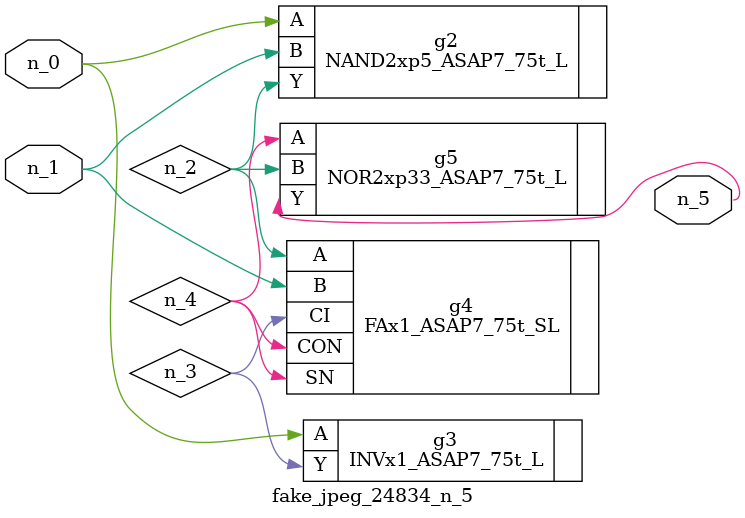
<source format=v>
module fake_jpeg_24834_n_5 (n_0, n_1, n_5);

input n_0;
input n_1;

output n_5;

wire n_3;
wire n_2;
wire n_4;

NAND2xp5_ASAP7_75t_L g2 ( 
.A(n_0),
.B(n_1),
.Y(n_2)
);

INVx1_ASAP7_75t_L g3 ( 
.A(n_0),
.Y(n_3)
);

FAx1_ASAP7_75t_SL g4 ( 
.A(n_2),
.B(n_1),
.CI(n_3),
.CON(n_4),
.SN(n_4)
);

NOR2xp33_ASAP7_75t_L g5 ( 
.A(n_4),
.B(n_2),
.Y(n_5)
);


endmodule
</source>
